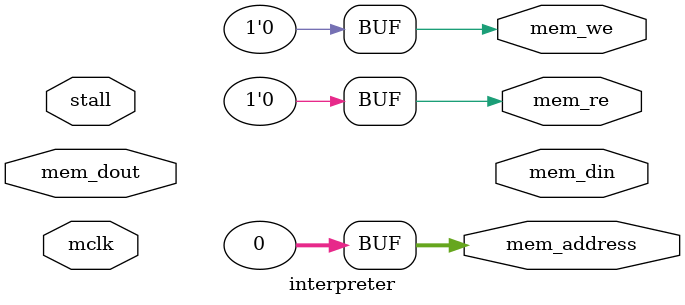
<source format=v>
module interpreter(
	input wire mclk,
	input wire stall,
	output reg[31:0] mem_address,
	output reg[31:0] mem_din,
	input wire[31:0] mem_dout,
	output reg mem_re = 0,
	output reg mem_we = 0
	/*output wire[15:0] dbg,
	output reg[11:0] vga_address,
	output reg[7:0] vga_data,
	output reg vga_we = 0*/
);
initial begin
	mem_address = 32'h0;
end
/*reg[7:0] inst[0:1];
initial begin
	inst[0] = 8'hFF;
	inst[1] = 8'hFF;
	//inst[2] = 8'hFF;
end
parameter state_load = 2'b00;
parameter state_exe0 = 2'b01;
parameter state_exe1 = 2'b10;
reg[1:0] state = state_exe0;
assign dbg = {inst[0], inst[1]};
wire has_control = !stall && !mem_re && !mem_we;
always @ (posedge mclk) begin
	if(has_control) begin
		case(state)
			state_load: begin
				inst[0] <= mem_dout[15:8];
				inst[1] <= mem_dout[7:0];
				state <= state_exe0;
			end
			state_exe0: begin
				case(inst[0])
					255: begin // Startup Step 0 - Write 223 to mem 0
						mem_address <= 0;
						mem_din <= {8'd221, 8'h00};
						mem_we <= 1;
						state <= state_exe1;
					end
					221: begin // Nop
						vga_address <= vga_address + 1;
						vga_data <= vga_data + 1;
						vga_we <= 1;
					end
					default: begin // Trap
						vga_address <= vga_address + 1;
						vga_data <= 0;
						vga_we <= 1;
					end
				endcase
			end
			state_exe1: begin
				case(inst[0])
					255: begin // Startup Step 2 - Read mem 0 into inst.
						mem_address <= 0;
						mem_re <= 1;
						state <= state_load;
					end
					default: begin // Trap
						vga_address <= vga_address + 1;
						vga_data <= 0;
						vga_we <= 1;
					end
				endcase
			end
			default: begin
				inst[0] <= 8'hDE;
				inst[1] <= 8'hAD;
				state <= state;
			end
		endcase
	end else begin
		mem_re <= 0;
		mem_we <= 0;
	end
end*/
endmodule
</source>
